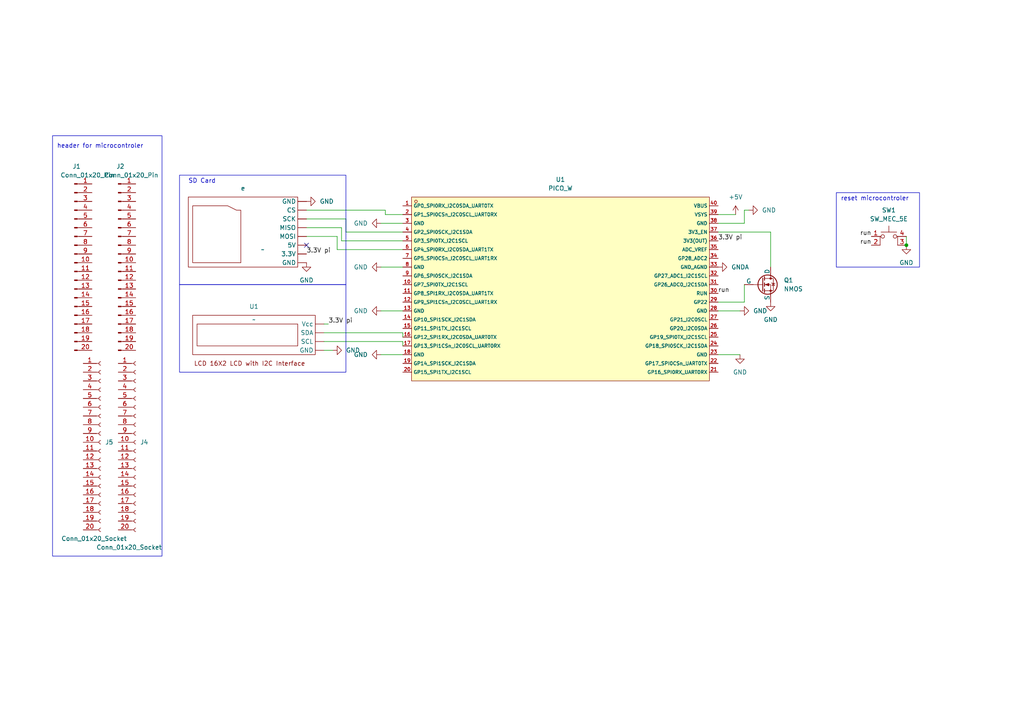
<source format=kicad_sch>
(kicad_sch (version 20230121) (generator eeschema)
  (paper "A4")
  (lib_symbols
    (symbol "Connector:Conn_01x20_Pin" (pin_names (offset 1.016) hide)
      (property "Reference" "J" (at 0 25.4 0))
      (property "Value" "Conn_01x20_Pin" (at 0 -27.94 0))
      (symbol "Conn_01x20_Pin_1_1"
        (polyline (pts (xy 1.27 -25.4) (xy 0.8636 -25.4)) (stroke (width 0.1524)))
        (polyline (pts (xy 1.27 -22.86) (xy 0.8636 -22.86)) (stroke (width 0.1524)))
        (polyline (pts (xy 1.27 -20.32) (xy 0.8636 -20.32)) (stroke (width 0.1524)))
        (polyline (pts (xy 1.27 -17.78) (xy 0.8636 -17.78)) (stroke (width 0.1524)))
        (polyline (pts (xy 1.27 -15.24) (xy 0.8636 -15.24)) (stroke (width 0.1524)))
        (polyline (pts (xy 1.27 -12.7) (xy 0.8636 -12.7)) (stroke (width 0.1524)))
        (polyline (pts (xy 1.27 -10.16) (xy 0.8636 -10.16)) (stroke (width 0.1524)))
        (polyline (pts (xy 1.27 -7.62) (xy 0.8636 -7.62)) (stroke (width 0.1524)))
        (polyline (pts (xy 1.27 -5.08) (xy 0.8636 -5.08)) (stroke (width 0.1524)))
        (polyline (pts (xy 1.27 -2.54) (xy 0.8636 -2.54)) (stroke (width 0.1524)))
        (polyline (pts (xy 1.27 0) (xy 0.8636 0)) (stroke (width 0.1524)))
        (polyline (pts (xy 1.27 2.54) (xy 0.8636 2.54)) (stroke (width 0.1524)))
        (polyline (pts (xy 1.27 5.08) (xy 0.8636 5.08)) (stroke (width 0.1524)))
        (polyline (pts (xy 1.27 7.62) (xy 0.8636 7.62)) (stroke (width 0.1524)))
        (polyline (pts (xy 1.27 10.16) (xy 0.8636 10.16)) (stroke (width 0.1524)))
        (polyline (pts (xy 1.27 12.7) (xy 0.8636 12.7)) (stroke (width 0.1524)))
        (polyline (pts (xy 1.27 15.24) (xy 0.8636 15.24)) (stroke (width 0.1524)))
        (polyline (pts (xy 1.27 17.78) (xy 0.8636 17.78)) (stroke (width 0.1524)))
        (polyline (pts (xy 1.27 20.32) (xy 0.8636 20.32)) (stroke (width 0.1524)))
        (polyline (pts (xy 1.27 22.86) (xy 0.8636 22.86)) (stroke (width 0.1524)))
        (rectangle (start 0.8636 -25.273) (end 0 -25.527) (stroke (width 0.1524)) (fill (type outline)))
        (rectangle (start 0.8636 -22.733) (end 0 -22.987) (stroke (width 0.1524)) (fill (type outline)))
        (rectangle (start 0.8636 -20.193) (end 0 -20.447) (stroke (width 0.1524)) (fill (type outline)))
        (rectangle (start 0.8636 -17.653) (end 0 -17.907) (stroke (width 0.1524)) (fill (type outline)))
        (rectangle (start 0.8636 -15.113) (end 0 -15.367) (stroke (width 0.1524)) (fill (type outline)))
        (rectangle (start 0.8636 -12.573) (end 0 -12.827) (stroke (width 0.1524)) (fill (type outline)))
        (rectangle (start 0.8636 -10.033) (end 0 -10.287) (stroke (width 0.1524)) (fill (type outline)))
        (rectangle (start 0.8636 -7.493) (end 0 -7.747) (stroke (width 0.1524)) (fill (type outline)))
        (rectangle (start 0.8636 -4.953) (end 0 -5.207) (stroke (width 0.1524)) (fill (type outline)))
        (rectangle (start 0.8636 -2.413) (end 0 -2.667) (stroke (width 0.1524)) (fill (type outline)))
        (rectangle (start 0.8636 0.127) (end 0 -0.127) (stroke (width 0.1524)) (fill (type outline)))
        (rectangle (start 0.8636 2.667) (end 0 2.413) (stroke (width 0.1524)) (fill (type outline)))
        (rectangle (start 0.8636 5.207) (end 0 4.953) (stroke (width 0.1524)) (fill (type outline)))
        (rectangle (start 0.8636 7.747) (end 0 7.493) (stroke (width 0.1524)) (fill (type outline)))
        (rectangle (start 0.8636 10.287) (end 0 10.033) (stroke (width 0.1524)) (fill (type outline)))
        (rectangle (start 0.8636 12.827) (end 0 12.573) (stroke (width 0.1524)) (fill (type outline)))
        (rectangle (start 0.8636 15.367) (end 0 15.113) (stroke (width 0.1524)) (fill (type outline)))
        (rectangle (start 0.8636 17.907) (end 0 17.653) (stroke (width 0.1524)) (fill (type outline)))
        (rectangle (start 0.8636 20.447) (end 0 20.193) (stroke (width 0.1524)) (fill (type outline)))
        (rectangle (start 0.8636 22.987) (end 0 22.733) (stroke (width 0.1524)) (fill (type outline)))
        (pin passive line (at 5.08 22.86 180) (length 3.81) (name "Pin_1") (number "1"))
        (pin passive line (at 5.08 0 180) (length 3.81) (name "Pin_10") (number "10"))
        (pin passive line (at 5.08 -2.54 180) (length 3.81) (name "Pin_11") (number "11"))
        (pin passive line (at 5.08 -5.08 180) (length 3.81) (name "Pin_12") (number "12"))
        (pin passive line (at 5.08 -7.62 180) (length 3.81) (name "Pin_13") (number "13"))
        (pin passive line (at 5.08 -10.16 180) (length 3.81) (name "Pin_14") (number "14"))
        (pin passive line (at 5.08 -12.7 180) (length 3.81) (name "Pin_15") (number "15"))
        (pin passive line (at 5.08 -15.24 180) (length 3.81) (name "Pin_16") (number "16"))
        (pin passive line (at 5.08 -17.78 180) (length 3.81) (name "Pin_17") (number "17"))
        (pin passive line (at 5.08 -20.32 180) (length 3.81) (name "Pin_18") (number "18"))
        (pin passive line (at 5.08 -22.86 180) (length 3.81) (name "Pin_19") (number "19"))
        (pin passive line (at 5.08 20.32 180) (length 3.81) (name "Pin_2") (number "2"))
        (pin passive line (at 5.08 -25.4 180) (length 3.81) (name "Pin_20") (number "20"))
        (pin passive line (at 5.08 17.78 180) (length 3.81) (name "Pin_3") (number "3"))
        (pin passive line (at 5.08 15.24 180) (length 3.81) (name "Pin_4") (number "4"))
        (pin passive line (at 5.08 12.7 180) (length 3.81) (name "Pin_5") (number "5"))
        (pin passive line (at 5.08 10.16 180) (length 3.81) (name "Pin_6") (number "6"))
        (pin passive line (at 5.08 7.62 180) (length 3.81) (name "Pin_7") (number "7"))
        (pin passive line (at 5.08 5.08 180) (length 3.81) (name "Pin_8") (number "8"))
        (pin passive line (at 5.08 2.54 180) (length 3.81) (name "Pin_9") (number "9"))
      )
    )
    (symbol "Connector:Conn_01x20_Socket" (pin_names (offset 1.016) hide)
      (property "Reference" "J" (at 0 25.4 0))
      (property "Value" "Conn_01x20_Socket" (at 0 -27.94 0))
      (symbol "Conn_01x20_Socket_1_1"
        (arc (start 0 -24.892) (mid -0.5058 -25.4) (end 0 -25.908) (stroke (width 0.1524)))
        (arc (start 0 -22.352) (mid -0.5058 -22.86) (end 0 -23.368) (stroke (width 0.1524)))
        (arc (start 0 -19.812) (mid -0.5058 -20.32) (end 0 -20.828) (stroke (width 0.1524)))
        (arc (start 0 -17.272) (mid -0.5058 -17.78) (end 0 -18.288) (stroke (width 0.1524)))
        (arc (start 0 -14.732) (mid -0.5058 -15.24) (end 0 -15.748) (stroke (width 0.1524)))
        (arc (start 0 -12.192) (mid -0.5058 -12.7) (end 0 -13.208) (stroke (width 0.1524)))
        (arc (start 0 -9.652) (mid -0.5058 -10.16) (end 0 -10.668) (stroke (width 0.1524)))
        (arc (start 0 -7.112) (mid -0.5058 -7.62) (end 0 -8.128) (stroke (width 0.1524)))
        (arc (start 0 -4.572) (mid -0.5058 -5.08) (end 0 -5.588) (stroke (width 0.1524)))
        (arc (start 0 -2.032) (mid -0.5058 -2.54) (end 0 -3.048) (stroke (width 0.1524)))
        (polyline (pts (xy -1.27 -25.4) (xy -0.508 -25.4)) (stroke (width 0.1524)))
        (polyline (pts (xy -1.27 -22.86) (xy -0.508 -22.86)) (stroke (width 0.1524)))
        (polyline (pts (xy -1.27 -20.32) (xy -0.508 -20.32)) (stroke (width 0.1524)))
        (polyline (pts (xy -1.27 -17.78) (xy -0.508 -17.78)) (stroke (width 0.1524)))
        (polyline (pts (xy -1.27 -15.24) (xy -0.508 -15.24)) (stroke (width 0.1524)))
        (polyline (pts (xy -1.27 -12.7) (xy -0.508 -12.7)) (stroke (width 0.1524)))
        (polyline (pts (xy -1.27 -10.16) (xy -0.508 -10.16)) (stroke (width 0.1524)))
        (polyline (pts (xy -1.27 -7.62) (xy -0.508 -7.62)) (stroke (width 0.1524)))
        (polyline (pts (xy -1.27 -5.08) (xy -0.508 -5.08)) (stroke (width 0.1524)))
        (polyline (pts (xy -1.27 -2.54) (xy -0.508 -2.54)) (stroke (width 0.1524)))
        (polyline (pts (xy -1.27 0) (xy -0.508 0)) (stroke (width 0.1524)))
        (polyline (pts (xy -1.27 2.54) (xy -0.508 2.54)) (stroke (width 0.1524)))
        (polyline (pts (xy -1.27 5.08) (xy -0.508 5.08)) (stroke (width 0.1524)))
        (polyline (pts (xy -1.27 7.62) (xy -0.508 7.62)) (stroke (width 0.1524)))
        (polyline (pts (xy -1.27 10.16) (xy -0.508 10.16)) (stroke (width 0.1524)))
        (polyline (pts (xy -1.27 12.7) (xy -0.508 12.7)) (stroke (width 0.1524)))
        (polyline (pts (xy -1.27 15.24) (xy -0.508 15.24)) (stroke (width 0.1524)))
        (polyline (pts (xy -1.27 17.78) (xy -0.508 17.78)) (stroke (width 0.1524)))
        (polyline (pts (xy -1.27 20.32) (xy -0.508 20.32)) (stroke (width 0.1524)))
        (polyline (pts (xy -1.27 22.86) (xy -0.508 22.86)) (stroke (width 0.1524)))
        (arc (start 0 0.508) (mid -0.5058 0) (end 0 -0.508) (stroke (width 0.1524)))
        (arc (start 0 3.048) (mid -0.5058 2.54) (end 0 2.032) (stroke (width 0.1524)))
        (arc (start 0 5.588) (mid -0.5058 5.08) (end 0 4.572) (stroke (width 0.1524)))
        (arc (start 0 8.128) (mid -0.5058 7.62) (end 0 7.112) (stroke (width 0.1524)))
        (arc (start 0 10.668) (mid -0.5058 10.16) (end 0 9.652) (stroke (width 0.1524)))
        (arc (start 0 13.208) (mid -0.5058 12.7) (end 0 12.192) (stroke (width 0.1524)))
        (arc (start 0 15.748) (mid -0.5058 15.24) (end 0 14.732) (stroke (width 0.1524)))
        (arc (start 0 18.288) (mid -0.5058 17.78) (end 0 17.272) (stroke (width 0.1524)))
        (arc (start 0 20.828) (mid -0.5058 20.32) (end 0 19.812) (stroke (width 0.1524)))
        (arc (start 0 23.368) (mid -0.5058 22.86) (end 0 22.352) (stroke (width 0.1524)))
        (pin passive line (at -5.08 22.86 0) (length 3.81) (name "Pin_1") (number "1"))
        (pin passive line (at -5.08 0 0) (length 3.81) (name "Pin_10") (number "10"))
        (pin passive line (at -5.08 -2.54 0) (length 3.81) (name "Pin_11") (number "11"))
        (pin passive line (at -5.08 -5.08 0) (length 3.81) (name "Pin_12") (number "12"))
        (pin passive line (at -5.08 -7.62 0) (length 3.81) (name "Pin_13") (number "13"))
        (pin passive line (at -5.08 -10.16 0) (length 3.81) (name "Pin_14") (number "14"))
        (pin passive line (at -5.08 -12.7 0) (length 3.81) (name "Pin_15") (number "15"))
        (pin passive line (at -5.08 -15.24 0) (length 3.81) (name "Pin_16") (number "16"))
        (pin passive line (at -5.08 -17.78 0) (length 3.81) (name "Pin_17") (number "17"))
        (pin passive line (at -5.08 -20.32 0) (length 3.81) (name "Pin_18") (number "18"))
        (pin passive line (at -5.08 -22.86 0) (length 3.81) (name "Pin_19") (number "19"))
        (pin passive line (at -5.08 20.32 0) (length 3.81) (name "Pin_2") (number "2"))
        (pin passive line (at -5.08 -25.4 0) (length 3.81) (name "Pin_20") (number "20"))
        (pin passive line (at -5.08 17.78 0) (length 3.81) (name "Pin_3") (number "3"))
        (pin passive line (at -5.08 15.24 0) (length 3.81) (name "Pin_4") (number "4"))
        (pin passive line (at -5.08 12.7 0) (length 3.81) (name "Pin_5") (number "5"))
        (pin passive line (at -5.08 10.16 0) (length 3.81) (name "Pin_6") (number "6"))
        (pin passive line (at -5.08 7.62 0) (length 3.81) (name "Pin_7") (number "7"))
        (pin passive line (at -5.08 5.08 0) (length 3.81) (name "Pin_8") (number "8"))
        (pin passive line (at -5.08 2.54 0) (length 3.81) (name "Pin_9") (number "9"))
      )
    )
    (symbol "PICO_W:PICO_W"
      (property "Reference" "U" (at 0 1.27 0))
      (property "Value" "PICO_W" (at 0 -2.54 0))
      (symbol "PICO_W_0_1"
        (rectangle (start -43.1801 26.6701) (end 43.1801 -26.6701) (fill (type background)))
        (circle (center -41.9101 25.4001) (radius 0.381) (fill (type background)))
        (pin unspecified line (at -45.72 24.13 0) (length 2.54) (name "GP0_SPI0RX_I2C0SDA_UART0TX") (number "1"))
        (pin unspecified line (at -45.72 1.27 0) (length 2.54) (name "GP7_SPI0TX_I2C1SCL") (number "10"))
        (pin unspecified line (at -45.72 -1.27 0) (length 2.54) (name "GP8_SPI1RX_I2C0SDA_UART1TX") (number "11"))
        (pin unspecified line (at -45.72 -3.81 0) (length 2.54) (name "GP9_SPI1CSn_I2C0SCL_UART1RX") (number "12"))
        (pin unspecified line (at -45.72 -6.35 0) (length 2.54) (name "GND") (number "13"))
        (pin unspecified line (at -45.72 -8.89 0) (length 2.54) (name "GP10_SPI1SCK_I2C1SDA") (number "14"))
        (pin unspecified line (at -45.72 -11.43 0) (length 2.54) (name "GP11_SPI1TX_I2C1SCL") (number "15"))
        (pin unspecified line (at -45.72 -13.97 0) (length 2.54) (name "GP12_SPI1RX_I2C0SDA_UART0TX") (number "16"))
        (pin unspecified line (at -45.72 -16.51 0) (length 2.54) (name "GP13_SPI1CSn_I2C0SCL_UART0RX") (number "17"))
        (pin unspecified line (at -45.72 -19.05 0) (length 2.54) (name "GND") (number "18"))
        (pin unspecified line (at -45.72 -21.59 0) (length 2.54) (name "GP14_SPI1SCK_I2C1SDA") (number "19"))
        (pin unspecified line (at -45.72 21.59 0) (length 2.54) (name "GP1_SPI0CSn_I2C0SCL_UART0RX") (number "2"))
        (pin unspecified line (at -45.72 -24.13 0) (length 2.54) (name "GP15_SPI1TX_I2C1SCL") (number "20"))
        (pin unspecified line (at 45.72 -24.13 180) (length 2.54) (name "GP16_SPI0RX_UART0RX") (number "21"))
        (pin unspecified line (at 45.72 -21.59 180) (length 2.54) (name "GP17_SPI0CSn_UART0TX") (number "22"))
        (pin unspecified line (at 45.72 -19.05 180) (length 2.54) (name "GND") (number "23"))
        (pin unspecified line (at 45.72 -16.51 180) (length 2.54) (name "GP18_SPI0SCK_I2C1SDA") (number "24"))
        (pin unspecified line (at 45.72 -13.97 180) (length 2.54) (name "GP19_SPI0TX_I2C1SCL") (number "25"))
        (pin unspecified line (at 45.72 -11.43 180) (length 2.54) (name "GP20_I2C0SDA") (number "26"))
        (pin unspecified line (at 45.72 -8.89 180) (length 2.54) (name "GP21_I2C0SCL") (number "27"))
        (pin unspecified line (at 45.72 -6.35 180) (length 2.54) (name "GND") (number "28"))
        (pin unspecified line (at 45.72 -3.81 180) (length 2.54) (name "GP22") (number "29"))
        (pin unspecified line (at -45.72 19.05 0) (length 2.54) (name "GND") (number "3"))
        (pin unspecified line (at 45.72 -1.27 180) (length 2.54) (name "RUN") (number "30"))
        (pin unspecified line (at 45.72 1.27 180) (length 2.54) (name "GP26_ADC0_I2C1SDA") (number "31"))
        (pin unspecified line (at 45.72 3.81 180) (length 2.54) (name "GP27_ADC1_I2C1SCL") (number "32"))
        (pin unspecified line (at 45.72 6.35 180) (length 2.54) (name "GND_AGND") (number "33"))
        (pin unspecified line (at 45.72 8.89 180) (length 2.54) (name "GP28_ADC2") (number "34"))
        (pin unspecified line (at 45.72 11.43 180) (length 2.54) (name "ADC_VREF") (number "35"))
        (pin unspecified line (at 45.72 13.97 180) (length 2.54) (name "3V3(OUT)") (number "36"))
        (pin unspecified line (at 45.72 16.51 180) (length 2.54) (name "3V3_EN") (number "37"))
        (pin unspecified line (at 45.72 19.05 180) (length 2.54) (name "GND") (number "38"))
        (pin unspecified line (at 45.72 21.59 180) (length 2.54) (name "VSYS") (number "39"))
        (pin unspecified line (at -45.72 16.51 0) (length 2.54) (name "GP2_SPI0SCK_I2C1SDA") (number "4"))
        (pin unspecified line (at 45.72 24.13 180) (length 2.54) (name "VBUS") (number "40"))
        (pin unspecified line (at -45.72 13.97 0) (length 2.54) (name "GP3_SPI0TX_I2C1SCL") (number "5"))
        (pin unspecified line (at -45.72 11.43 0) (length 2.54) (name "GP4_SPI0RX_I2C0SDA_UART1TX") (number "6"))
        (pin unspecified line (at -45.72 8.89 0) (length 2.54) (name "GP5_SPI0CSn_I2C0SCL_UART1RX") (number "7"))
        (pin unspecified line (at -45.72 6.35 0) (length 2.54) (name "GND") (number "8"))
        (pin unspecified line (at -45.72 3.81 0) (length 2.54) (name "GP6_SPI0SCK_I2C1SDA") (number "9"))
      )
    )
    (symbol "Simulation_SPICE:NMOS" (pin_numbers hide) (pin_names (offset 0))
      (property "Reference" "Q" (at 5.08 1.27 0))
      (property "Value" "NMOS" (at 5.08 -1.27 0))
      (symbol "NMOS_0_1"
        (polyline (pts (xy 0.254 0) (xy -2.54 0)))
        (polyline (pts (xy 0.254 1.905) (xy 0.254 -1.905)) (stroke (width 0.254)))
        (polyline (pts (xy 0.762 -1.27) (xy 0.762 -2.286)) (stroke (width 0.254)))
        (polyline (pts (xy 0.762 0.508) (xy 0.762 -0.508)) (stroke (width 0.254)))
        (polyline (pts (xy 0.762 2.286) (xy 0.762 1.27)) (stroke (width 0.254)))
        (polyline (pts (xy 2.54 2.54) (xy 2.54 1.778)))
        (polyline (pts (xy 2.54 -2.54) (xy 2.54 0) (xy 0.762 0)))
        (polyline (pts (xy 0.762 -1.778) (xy 3.302 -1.778) (xy 3.302 1.778) (xy 0.762 1.778)))
        (polyline (pts (xy 1.016 0) (xy 2.032 0.381) (xy 2.032 -0.381) (xy 1.016 0)) (fill (type outline)))
        (polyline (pts (xy 2.794 0.508) (xy 2.921 0.381) (xy 3.683 0.381) (xy 3.81 0.254)))
        (polyline (pts (xy 3.302 0.381) (xy 2.921 -0.254) (xy 3.683 -0.254) (xy 3.302 0.381)))
        (circle (center 1.651 0) (radius 2.794) (stroke (width 0.254)))
        (circle (center 2.54 -1.778) (radius 0.254) (fill (type outline)))
        (circle (center 2.54 1.778) (radius 0.254) (fill (type outline)))
      )
      (symbol "NMOS_1_1"
        (pin passive line (at 2.54 5.08 270) (length 2.54) (name "D") (number "1"))
        (pin input line (at -5.08 0 0) (length 2.54) (name "G") (number "2"))
        (pin passive line (at 2.54 -5.08 90) (length 2.54) (name "S") (number "3"))
      )
    )
    (symbol "Switch:SW_MEC_5E" (pin_names (offset 1.016) hide)
      (property "Reference" "SW" (at 0.635 5.715 0))
      (property "Value" "SW_MEC_5E" (at 0 -3.175 0))
      (symbol "SW_MEC_5E_0_1"
        (circle (center -1.778 2.54) (radius 0.508))
        (polyline (pts (xy -2.286 3.81) (xy 2.286 3.81)))
        (polyline (pts (xy 0 3.81) (xy 0 5.588)))
        (polyline (pts (xy -2.54 0) (xy -2.54 2.54) (xy -2.286 2.54)))
        (polyline (pts (xy 2.54 0) (xy 2.54 2.54) (xy 2.286 2.54)))
        (circle (center 1.778 2.54) (radius 0.508))
        (pin passive line (at -5.08 2.54 0) (length 2.54) (name "1") (number "1"))
        (pin passive line (at -5.08 0 0) (length 2.54) (name "2") (number "2"))
        (pin passive line (at 5.08 0 180) (length 2.54) (name "K") (number "3"))
        (pin passive line (at 5.08 2.54 180) (length 2.54) (name "A") (number "4"))
      )
    )
    (symbol "partkian:LCD_16X2_LCD_with_I2C_Interface"
      (property "Reference" "U" (at 0 6.35 0))
      (symbol "LCD_16X2_LCD_with_I2C_Interface_0_1"
        (rectangle (start -17.78 5.08) (end 17.78 -6.35))
        (rectangle (start -16.51 2.54) (end 12.7 -3.81))
      )
      (symbol "LCD_16X2_LCD_with_I2C_Interface_1_1"
        (text "LCD 16X2 LCD with I2C Interface" (at -1.27 -8.89 0) (effects (font (size 1.27 1.27))))
        (pin input line (at 20.32 -5.08 180) (length 2.54) (name "GND") (number ""))
        (pin input line (at 20.32 -2.54 180) (length 2.54) (name "SCL") (number ""))
        (pin input line (at 20.32 0 180) (length 2.54) (name "SDA") (number ""))
        (pin input line (at 20.32 2.54 180) (length 2.54) (name "Vcc") (number ""))
      )
    )
    (symbol "partkian:sd_card_reader"
      (property "Reference" "e" (at 5.715 -17.78 0))
      (property "Value" "~" (at 0 0 0))
      (symbol "sd_card_reader_0_1"
        (rectangle (start -10.16 5.08) (end 21.59 -15.24))
        (polyline (pts (xy 6.35 3.81) (xy 20.32 3.81) (xy 20.32 -12.7) (xy 10.16 -12.7) (xy 7.62 -11.43) (xy 6.35 -11.43) (xy 6.35 3.81)))
      )
      (symbol "sd_card_reader_1_1"
        (pin input line (at -12.7 1.27 0) (length 2.54) (name "3.3V") (number ""))
        (pin input line (at -12.7 -1.27 0) (length 2.54) (name "5V") (number ""))
        (pin input line (at -12.7 -11.43 0) (length 2.54) (name "CS") (number ""))
        (pin input line (at -12.7 -13.97 0) (length 2.54) (name "GND") (number ""))
        (pin input line (at -12.7 3.81 0) (length 2.54) (name "GND") (number ""))
        (pin input line (at -12.7 -6.35 0) (length 2.54) (name "MISO") (number ""))
        (pin input line (at -12.7 -3.81 0) (length 2.54) (name "MOSI") (number ""))
        (pin input line (at -12.7 -8.89 0) (length 2.54) (name "SCK") (number ""))
      )
    )
    (symbol "power:+5V" (power) (pin_names (offset 0))
      (property "Value" "+5V" (at 0 3.556 0))
      (symbol "+5V_0_1"
        (polyline (pts (xy -0.762 1.27) (xy 0 2.54)))
        (polyline (pts (xy 0 0) (xy 0 2.54)))
        (polyline (pts (xy 0 2.54) (xy 0.762 1.27)))
      )
      (symbol "+5V_1_1"
        (pin power_in line (at 0 0 90) (length 0) hide (name "+5V") (number "1"))
      )
    )
    (symbol "power:GND" (power) (pin_names (offset 0))
      (property "Value" "GND" (at 0 -3.81 0))
      (symbol "GND_0_1"
        (polyline (pts (xy 0 0) (xy 0 -1.27) (xy 1.27 -1.27) (xy 0 -2.54) (xy -1.27 -1.27) (xy 0 -1.27)))
      )
      (symbol "GND_1_1"
        (pin power_in line (at 0 0 270) (length 0) hide (name "GND") (number "1"))
      )
    )
    (symbol "power:GNDA" (power) (pin_names (offset 0))
      (property "Value" "GNDA" (at 0 -3.81 0))
      (symbol "GNDA_0_1"
        (polyline (pts (xy 0 0) (xy 0 -1.27) (xy 1.27 -1.27) (xy 0 -2.54) (xy -1.27 -1.27) (xy 0 -1.27)))
      )
      (symbol "GNDA_1_1"
        (pin power_in line (at 0 0 270) (length 0) hide (name "GNDA") (number "1"))
      )
    )
  )
  (junction (at 262.89 71.12))
  (no_connect (at 88.9 71.12))
  (wire (pts (xy 110.49 77.47) (xy 116.84 77.47)))
  (wire (pts (xy 215.9 64.77) (xy 208.28 64.77)))
  (wire (pts (xy 262.89 68.58) (xy 262.89 71.12)))
  (wire (pts (xy 208.28 102.87) (xy 214.63 102.87)))
  (wire (pts (xy 93.98 96.52) (xy 116.84 96.52)))
  (wire (pts (xy 208.28 67.31) (xy 223.52 67.31)))
  (wire (pts (xy 88.9 66.04) (xy 99.06 66.04)))
  (wire (pts (xy 110.49 102.87) (xy 116.84 102.87)))
  (wire (pts (xy 215.9 60.96) (xy 217.17 60.96)))
  (wire (pts (xy 208.28 90.17) (xy 214.63 90.17)))
  (wire (pts (xy 100.33 63.5) (xy 100.33 67.31)))
  (wire (pts (xy 88.9 63.5) (xy 100.33 63.5)))
  (wire (pts (xy 215.9 60.96) (xy 215.9 64.77)))
  (wire (pts (xy 100.33 67.31) (xy 116.84 67.31)))
  (wire (pts (xy 116.84 69.85) (xy 99.06 69.85)))
  (wire (pts (xy 93.98 99.06) (xy 116.84 99.06)))
  (wire (pts (xy 215.9 82.55) (xy 215.9 87.63)))
  (wire (pts (xy 93.98 101.6) (xy 96.52 101.6)))
  (wire (pts (xy 97.79 68.58) (xy 88.9 68.58)))
  (wire (pts (xy 208.28 62.23) (xy 213.36 62.23)))
  (wire (pts (xy 116.84 96.52) (xy 116.84 97.79)))
  (wire (pts (xy 110.49 64.77) (xy 116.84 64.77)))
  (wire (pts (xy 223.52 67.31) (xy 223.52 77.47)))
  (wire (pts (xy 215.9 87.63) (xy 208.28 87.63)))
  (wire (pts (xy 111.76 60.96) (xy 111.76 62.23)))
  (wire (pts (xy 97.79 72.39) (xy 97.79 68.58)))
  (wire (pts (xy 88.9 60.96) (xy 111.76 60.96)))
  (wire (pts (xy 110.49 90.17) (xy 116.84 90.17)))
  (wire (pts (xy 116.84 99.06) (xy 116.84 100.33)))
  (wire (pts (xy 99.06 69.85) (xy 99.06 66.04)))
  (wire (pts (xy 111.76 62.23) (xy 116.84 62.23)))
  (wire (pts (xy 116.84 72.39) (xy 97.79 72.39)))
  (wire (pts (xy 93.98 93.98) (xy 95.25 93.98)))
  (rectangle (start 52.07 82.55) (end 100.33 107.95))
  (rectangle (start 52.07 50.8) (end 100.33 82.55))
  (rectangle (start 242.57 55.88) (end 266.7 77.47))
  (rectangle (start 15.24 39.37) (end 46.99 161.29))
  (text "header for microcontroler" (at 16.51 43.18 0) (effects (font (size 1.27 1.27)) (justify left bottom)))
  (text "SD Card" (at 54.61 53.34 0) (effects (font (size 1.27 1.27)) (justify left bottom)))
  (text "reset microcontroler" (at 243.84 58.42 0) (effects (font (size 1.27 1.27)) (justify left bottom)))
  (label "3.3V pi" (at 95.25 93.98 0))
  (label "run" (at 208.28 85.09 0))
  (label "3.3V pi" (at 88.9 73.66 0))
  (label "run" (at 252.73 71.12 180))
  (label "run" (at 252.73 68.58 180))
  (label "3.3V pi" (at 208.28 69.85 0))
  (symbol (lib_id "power:GND") (at 214.63 90.17 90) (unit 1)
    (property "Reference" "#PWR02" (effects hide))
    (property "Value" "GND" (at 218.44 90.17 90) (effects (justify right)))
    (instances (project "kian nest microcontroler" (path "" (reference "#PWR02") (unit 1))) (project "kian recever microcontroler subsection" (path "" (reference "#PWR016") (unit 1))))
  )
  (symbol (lib_id "Connector:Conn_01x20_Socket") (at 39.37 128.27 0) (unit 1)
    (property "Reference" "J4" (at 40.64 128.27 0) (effects (justify left)))
    (property "Value" "Conn_01x20_Socket" (at 27.94 158.75 0) (effects (justify left)))
    (property "where" "brenden" (effects hide))
    (property "cost" "20" (effects hide))
  )
  (symbol (lib_id "Switch:SW_MEC_5E") (at 257.81 71.12 0) (unit 1)
    (property "Reference" "SW1" (at 257.81 60.96 0))
    (property "Value" "SW_MEC_5E" (at 257.81 63.5 0))
    (property "Datasheet" "http://www.apem.com/int/index.php?controller=attachment&id_attachment=1371" (effects hide))
    (property "cost" "2" (effects hide))
    (property "where" "brendon" (effects hide))
  )
  (symbol (lib_id "power:GND") (at 110.49 90.17 270) (unit 1)
    (property "Reference" "#PWR06" (effects hide))
    (property "Value" "GND" (at 106.68 90.17 90) (effects (justify right)))
    (instances (project "kian nest microcontroler" (path "" (reference "#PWR06") (unit 1))) (project "kian recever microcontroler subsection" (path "" (reference "#PWR010") (unit 1))))
  )
  (symbol (lib_id "power:GND") (at 262.89 71.12 0) (unit 1)
    (property "Reference" "#PWR018" (effects hide))
    (property "Value" "GND" (at 262.89 76.2 0))
    (instances (project "kian nest microcontroler" (path "" (reference "#PWR018") (unit 1))) (project "kian recever microcontroler subsection" (path "" (reference "#PWR013") (unit 1))))
  )
  (symbol (lib_id "Connector:Conn_01x20_Socket") (at 29.21 128.27 0) (unit 1)
    (property "Reference" "J5" (at 30.48 128.27 0) (effects (justify left)))
    (property "Value" "Conn_01x20_Socket" (at 17.78 156.21 0) (effects (justify left)))
    (property "where" "brenden" (effects hide))
    (property "cost" "20" (effects hide))
    (instances (project "kian nest microcontroler" (path "" (reference "J5") (unit 1))) (project "kian recever microcontroler subsection" (path "" (reference "J2") (unit 1))))
  )
  (symbol (lib_id "power:GND") (at 223.52 87.63 0) (unit 1)
    (property "Reference" "#PWR011" (effects hide))
    (property "Value" "GND" (at 223.52 92.71 0))
    (instances (project "kian nest microcontroler" (path "" (reference "#PWR011") (unit 1))) (project "kian recever microcontroler subsection" (path "" (reference "#PWR019") (unit 1))))
  )
  (symbol (lib_id "power:GND") (at 88.9 58.42 90) (unit 1)
    (property "Reference" "#PWR010" (effects hide))
    (property "Value" "GND" (at 92.71 58.42 90) (effects (justify right)))
    (instances (project "kian nest microcontroler" (path "" (reference "#PWR010") (unit 1))) (project "kian recever microcontroler subsection" (path "" (reference "#PWR05") (unit 1))))
  )
  (symbol (lib_id "power:GND") (at 110.49 102.87 270) (unit 1)
    (property "Reference" "#PWR06" (effects hide))
    (property "Value" "GND" (at 106.68 102.87 90) (effects (justify right)))
    (instances (project "kian nest microcontroler" (path "" (reference "#PWR06") (unit 1))) (project "kian recever microcontroler subsection" (path "" (reference "#PWR04") (unit 1))))
  )
  (symbol (lib_id "power:GND") (at 110.49 64.77 270) (unit 1)
    (property "Reference" "#PWR04" (effects hide))
    (property "Value" "GND" (at 106.68 64.77 90) (effects (justify right)))
    (instances (project "kian nest microcontroler" (path "" (reference "#PWR04") (unit 1))) (project "kian recever microcontroler subsection" (path "" (reference "#PWR08") (unit 1))))
  )
  (symbol (lib_id "power:GND") (at 214.63 102.87 0) (unit 1)
    (property "Reference" "#PWR03" (effects hide))
    (property "Value" "GND" (at 214.63 107.95 0))
    (instances (project "kian nest microcontroler" (path "" (reference "#PWR03") (unit 1))) (project "kian recever microcontroler subsection" (path "" (reference "#PWR017") (unit 1))))
  )
  (symbol (lib_id "Connector:Conn_01x20_Pin") (at 21.59 76.2 0) (unit 1)
    (property "Reference" "J1" (at 22.225 48.26 0))
    (property "Value" "Conn_01x20_Pin" (at 25.4 50.8 0))
    (property "where" "brenden" (effects hide))
    (property "cost" "24" (effects hide))
  )
  (symbol (lib_id "Connector:Conn_01x20_Pin") (at 34.29 76.2 0) (unit 1)
    (property "Reference" "J2" (at 34.925 48.26 0))
    (property "Value" "Conn_01x20_Pin" (at 38.1 50.8 0))
    (property "where" "brenden" (effects hide))
    (property "cost" "24" (effects hide))
    (instances (project "kian nest microcontroler" (path "" (reference "J2") (unit 1))) (project "kian recever microcontroler subsection" (path "" (reference "J3") (unit 1))))
  )
  (symbol (lib_id "PICO_W:PICO_W") (at 162.56 83.82 0) (unit 1)
    (property "Reference" "U1" (at 162.56 52.07 0))
    (property "Value" "PICO_W" (at 162.56 54.61 0))
    (property "Footprint" "footprint:LCC-40_L51.0-W21.0-P2.54-BL_RP2040-BASED" (effects hide))
    (property "Datasheet" "https://datasheets.raspberrypi.com/pico/pico-datasheet.pdf" (effects hide))
    (property "LCSC" "C7203003" (effects hide))
    (property "where" "https://www.pishop.co.za/store/raspberry-pi-pico-wh-with-pre-soldered-headers?keyword=pico%20w&category_id=0" (effects hide))
    (property "cost" "150" (effects hide))
    (instances (project "kian nest microcontroler" (path "" (reference "U1") (unit 1))) (project "kian recever microcontroler subsection" (path "" (reference "U3") (unit 1))))
  )
  (symbol (lib_id "power:GND") (at 110.49 77.47 270) (unit 1)
    (property "Reference" "#PWR05" (effects hide))
    (property "Value" "GND" (at 106.68 77.47 90) (effects (justify right)))
    (instances (project "kian nest microcontroler" (path "" (reference "#PWR05") (unit 1))) (project "kian recever microcontroler subsection" (path "" (reference "#PWR09") (unit 1))))
  )
  (symbol (lib_id "power:GND") (at 88.9 76.2 0) (unit 1)
    (property "Reference" "#PWR09" (effects hide))
    (property "Value" "GND" (at 88.9 81.28 0))
    (instances (project "kian nest microcontroler" (path "" (reference "#PWR09") (unit 1))) (project "kian recever microcontroler subsection" (path "" (reference "#PWR06") (unit 1))))
  )
  (symbol (lib_id "power:GND") (at 217.17 60.96 90) (unit 1)
    (property "Reference" "#PWR01" (effects hide))
    (property "Value" "GND" (at 220.98 60.96 90) (effects (justify right)))
    (instances (project "kian nest microcontroler" (path "" (reference "#PWR01") (unit 1))) (project "kian recever microcontroler subsection" (path "" (reference "#PWR018") (unit 1))))
  )
  (symbol (lib_id "partkian:sd_card_reader") (at 76.2 72.39 180) (unit 1)
    (property "Reference" "e" (at 70.485 54.61 0))
    (property "Value" "~" (at 76.2 72.39 0))
    (property "cost" "19" (effects hide))
    (property "where" "https://www.communica.co.za/products/hkd-sd-card-read-write-module?utm_source=www.communica.co.za&variant=39359979651145&sfdr_ptcid=31591_617_678237302&sfdr_hash=92fe7115abe5c960047a41022fa61b8f" (effects hide))
    (instances (project "kian nest microcontroler" (path "" (reference "e") (unit 1))) (project "kian recever microcontroler subsection" (path "" (reference "e1") (unit 1))))
  )
  (symbol (lib_id "Simulation_SPICE:NMOS") (at 220.98 82.55 0) (unit 1)
    (property "Reference" "Q1" (at 227.33 81.28 0) (effects (justify left)))
    (property "Value" "NMOS" (at 227.33 83.82 0) (effects (justify left)))
    (property "Datasheet" "https://ngspice.sourceforge.io/docs/ngspice-manual.pdf" (effects hide))
    (property "Sim.Device" "NMOS" (effects hide))
    (property "Sim.Type" "VDMOS" (effects hide))
    (property "Sim.Pins" "1=D 2=G 3=S" (effects hide))
    (property "where" "brendon" (effects hide))
    (property "cost " "10" (effects hide))
    (property "cost" "10" (effects hide))
  )
  (symbol (lib_id "power:GND") (at 96.52 101.6 90) (unit 1)
    (property "Reference" "#PWR06" (effects hide))
    (property "Value" "GND" (at 100.33 101.6 90) (effects (justify right)))
    (instances (project "kian nest microcontroler" (path "" (reference "#PWR06") (unit 1))) (project "kian recever microcontroler subsection" (path "" (reference "#PWR07") (unit 1))))
  )
  (symbol (lib_id "power:+5V") (at 213.36 62.23 0) (unit 1)
    (property "Reference" "#PWR08" (effects hide))
    (property "Value" "+5V" (at 213.36 57.15 0))
    (instances (project "kian nest microcontroler" (path "" (reference "#PWR08") (unit 1))) (project "kian recever microcontroler subsection" (path "" (reference "#PWR015") (unit 1))))
  )
  (symbol (lib_id "partkian:LCD_16X2_LCD_with_I2C_Interface") (at 73.66 96.52 0) (unit 1)
    (property "Reference" "U1" (at 73.66 88.9 0))
    (property "Value" "~" (at 73.66 92.71 0))
    (property "where" "https://www.robotics.org.za/LCD1602-WB-33V-I2C" (effects hide))
    (property "cost" "58" (effects hide))
  )
  (symbol (lib_id "power:GNDA") (at 208.28 77.47 90) (unit 1)
    (property "Reference" "#PWR017" (effects hide))
    (property "Value" "GNDA" (at 212.09 77.47 90) (effects (justify right)))
    (instances (project "kian nest microcontroler" (path "" (reference "#PWR017") (unit 1))) (project "kian recever microcontroler subsection" (path "" (reference "#PWR014") (unit 1))))
  )
)
</source>
